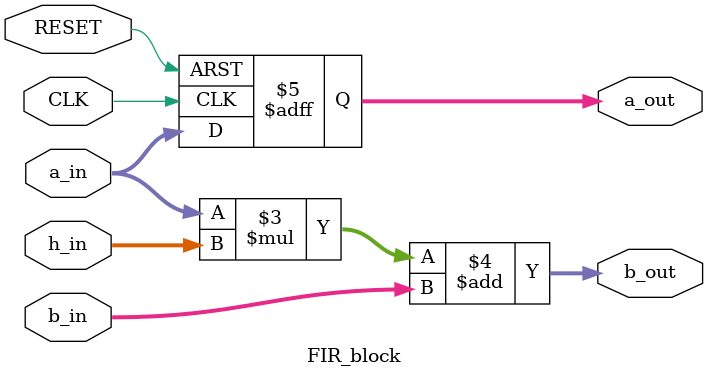
<source format=v>
`timescale 1ns / 1ps


module FIR_block #(parameter DWIDTH = 16)
(
    output reg signed [DWIDTH-1:0] a_out,
    output reg signed [2*DWIDTH-1:0] b_out,
    input signed [DWIDTH-1:0] a_in,
    input signed [2*DWIDTH-1:0] b_in,
    input signed [DWIDTH-1:0] h_in,
    input CLK,
    input RESET
    );
    
    always @ (posedge CLK or posedge RESET) 
    begin
        if(RESET)
        begin
            a_out = 0;
        end
        else begin
            a_out = a_in;
        end
    end
    
    always @(*)
    begin
        b_out = (a_in * h_in) + b_in;
    end
    
endmodule

</source>
